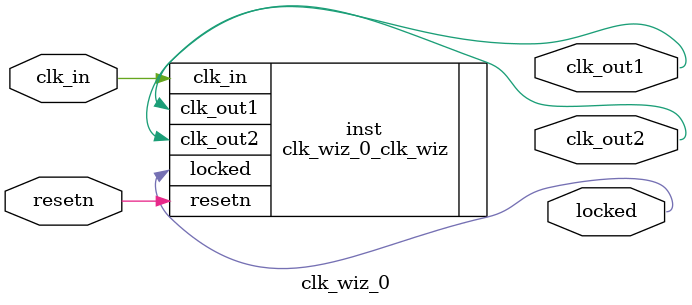
<source format=v>


`timescale 1ps/1ps

(* CORE_GENERATION_INFO = "clk_wiz_0,clk_wiz_v6_0_12_0_0,{component_name=clk_wiz_0,use_phase_alignment=true,use_min_o_jitter=false,use_max_i_jitter=false,use_dyn_phase_shift=false,use_inclk_switchover=false,use_dyn_reconfig=false,enable_axi=0,feedback_source=FDBK_AUTO,PRIMITIVE=MMCM,num_out_clk=2,clkin1_period=20.000,clkin2_period=10.0,use_power_down=false,use_reset=true,use_locked=true,use_inclk_stopped=false,feedback_type=SINGLE,CLOCK_MGR_TYPE=NA,manual_override=false}" *)

module clk_wiz_0 
 (
  // Clock out ports
  output        clk_out1,
  output        clk_out2,
  // Status and control signals
  input         resetn,
  output        locked,
 // Clock in ports
  input         clk_in
 );

  clk_wiz_0_clk_wiz inst
  (
  // Clock out ports  
  .clk_out1(clk_out1),
  .clk_out2(clk_out2),
  // Status and control signals               
  .resetn(resetn), 
  .locked(locked),
 // Clock in ports
  .clk_in(clk_in)
  );

endmodule

</source>
